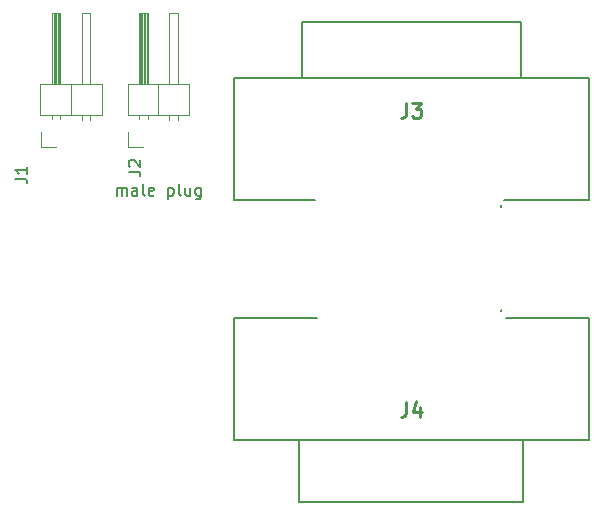
<source format=gbr>
%TF.GenerationSoftware,KiCad,Pcbnew,(6.0.5)*%
%TF.CreationDate,2022-07-15T13:09:05-06:00*%
%TF.ProjectId,25to25,3235746f-3235-42e6-9b69-6361645f7063,rev?*%
%TF.SameCoordinates,Original*%
%TF.FileFunction,Legend,Top*%
%TF.FilePolarity,Positive*%
%FSLAX46Y46*%
G04 Gerber Fmt 4.6, Leading zero omitted, Abs format (unit mm)*
G04 Created by KiCad (PCBNEW (6.0.5)) date 2022-07-15 13:09:05*
%MOMM*%
%LPD*%
G01*
G04 APERTURE LIST*
%ADD10C,0.150000*%
%ADD11C,0.254000*%
%ADD12C,0.120000*%
%ADD13C,0.200000*%
G04 APERTURE END LIST*
D10*
X124428571Y-68152380D02*
X124428571Y-67485714D01*
X124428571Y-67580952D02*
X124476190Y-67533333D01*
X124571428Y-67485714D01*
X124714285Y-67485714D01*
X124809523Y-67533333D01*
X124857142Y-67628571D01*
X124857142Y-68152380D01*
X124857142Y-67628571D02*
X124904761Y-67533333D01*
X125000000Y-67485714D01*
X125142857Y-67485714D01*
X125238095Y-67533333D01*
X125285714Y-67628571D01*
X125285714Y-68152380D01*
X126190476Y-68152380D02*
X126190476Y-67628571D01*
X126142857Y-67533333D01*
X126047619Y-67485714D01*
X125857142Y-67485714D01*
X125761904Y-67533333D01*
X126190476Y-68104761D02*
X126095238Y-68152380D01*
X125857142Y-68152380D01*
X125761904Y-68104761D01*
X125714285Y-68009523D01*
X125714285Y-67914285D01*
X125761904Y-67819047D01*
X125857142Y-67771428D01*
X126095238Y-67771428D01*
X126190476Y-67723809D01*
X126809523Y-68152380D02*
X126714285Y-68104761D01*
X126666666Y-68009523D01*
X126666666Y-67152380D01*
X127571428Y-68104761D02*
X127476190Y-68152380D01*
X127285714Y-68152380D01*
X127190476Y-68104761D01*
X127142857Y-68009523D01*
X127142857Y-67628571D01*
X127190476Y-67533333D01*
X127285714Y-67485714D01*
X127476190Y-67485714D01*
X127571428Y-67533333D01*
X127619047Y-67628571D01*
X127619047Y-67723809D01*
X127142857Y-67819047D01*
X128809523Y-67485714D02*
X128809523Y-68485714D01*
X128809523Y-67533333D02*
X128904761Y-67485714D01*
X129095238Y-67485714D01*
X129190476Y-67533333D01*
X129238095Y-67580952D01*
X129285714Y-67676190D01*
X129285714Y-67961904D01*
X129238095Y-68057142D01*
X129190476Y-68104761D01*
X129095238Y-68152380D01*
X128904761Y-68152380D01*
X128809523Y-68104761D01*
X129857142Y-68152380D02*
X129761904Y-68104761D01*
X129714285Y-68009523D01*
X129714285Y-67152380D01*
X130666666Y-67485714D02*
X130666666Y-68152380D01*
X130238095Y-67485714D02*
X130238095Y-68009523D01*
X130285714Y-68104761D01*
X130380952Y-68152380D01*
X130523809Y-68152380D01*
X130619047Y-68104761D01*
X130666666Y-68057142D01*
X131571428Y-67485714D02*
X131571428Y-68295238D01*
X131523809Y-68390476D01*
X131476190Y-68438095D01*
X131380952Y-68485714D01*
X131238095Y-68485714D01*
X131142857Y-68438095D01*
X131571428Y-68104761D02*
X131476190Y-68152380D01*
X131285714Y-68152380D01*
X131190476Y-68104761D01*
X131142857Y-68057142D01*
X131095238Y-67961904D01*
X131095238Y-67676190D01*
X131142857Y-67580952D01*
X131190476Y-67533333D01*
X131285714Y-67485714D01*
X131476190Y-67485714D01*
X131571428Y-67533333D01*
%TO.C,J2*%
X125452380Y-66133333D02*
X126166666Y-66133333D01*
X126309523Y-66180952D01*
X126404761Y-66276190D01*
X126452380Y-66419047D01*
X126452380Y-66514285D01*
X125547619Y-65704761D02*
X125500000Y-65657142D01*
X125452380Y-65561904D01*
X125452380Y-65323809D01*
X125500000Y-65228571D01*
X125547619Y-65180952D01*
X125642857Y-65133333D01*
X125738095Y-65133333D01*
X125880952Y-65180952D01*
X126452380Y-65752380D01*
X126452380Y-65133333D01*
D11*
%TO.C,J4*%
X148956666Y-85589523D02*
X148956666Y-86496666D01*
X148896190Y-86678095D01*
X148775238Y-86799047D01*
X148593809Y-86859523D01*
X148472857Y-86859523D01*
X150105714Y-86012857D02*
X150105714Y-86859523D01*
X149803333Y-85529047D02*
X149500952Y-86436190D01*
X150287142Y-86436190D01*
%TO.C,J3*%
X148956666Y-60309523D02*
X148956666Y-61216666D01*
X148896190Y-61398095D01*
X148775238Y-61519047D01*
X148593809Y-61579523D01*
X148472857Y-61579523D01*
X149440476Y-60309523D02*
X150226666Y-60309523D01*
X149803333Y-60793333D01*
X149984761Y-60793333D01*
X150105714Y-60853809D01*
X150166190Y-60914285D01*
X150226666Y-61035238D01*
X150226666Y-61337619D01*
X150166190Y-61458571D01*
X150105714Y-61519047D01*
X149984761Y-61579523D01*
X149621904Y-61579523D01*
X149500952Y-61519047D01*
X149440476Y-61458571D01*
D10*
%TO.C,J1*%
X115852380Y-66733333D02*
X116566666Y-66733333D01*
X116709523Y-66780952D01*
X116804761Y-66876190D01*
X116852380Y-67019047D01*
X116852380Y-67114285D01*
X116852380Y-65733333D02*
X116852380Y-66304761D01*
X116852380Y-66019047D02*
X115852380Y-66019047D01*
X115995238Y-66114285D01*
X116090476Y-66209523D01*
X116138095Y-66304761D01*
D12*
%TO.C,J2*%
X126860000Y-58700000D02*
X126860000Y-52700000D01*
X126740000Y-58700000D02*
X126740000Y-52700000D01*
X126500000Y-58700000D02*
X126500000Y-52700000D01*
X126380000Y-58700000D02*
X126380000Y-52700000D01*
X128860000Y-52700000D02*
X129620000Y-52700000D01*
X128860000Y-58700000D02*
X128860000Y-52700000D01*
X126620000Y-58700000D02*
X126620000Y-52700000D01*
X127080000Y-52700000D02*
X127080000Y-58700000D01*
X127080000Y-61690000D02*
X127080000Y-61360000D01*
X126980000Y-58700000D02*
X126980000Y-52700000D01*
X125370000Y-61360000D02*
X130570000Y-61360000D01*
X129620000Y-52700000D02*
X129620000Y-58700000D01*
X126320000Y-61690000D02*
X126320000Y-61360000D01*
X126320000Y-52700000D02*
X127080000Y-52700000D01*
X130570000Y-61360000D02*
X130570000Y-58700000D01*
X125430000Y-64070000D02*
X125430000Y-62800000D01*
X126700000Y-64070000D02*
X125430000Y-64070000D01*
X127970000Y-61360000D02*
X127970000Y-58700000D01*
X130570000Y-58700000D02*
X125370000Y-58700000D01*
X125370000Y-58700000D02*
X125370000Y-61360000D01*
X126320000Y-58700000D02*
X126320000Y-52700000D01*
X128860000Y-61757071D02*
X128860000Y-61360000D01*
X129620000Y-61757071D02*
X129620000Y-61360000D01*
D13*
%TO.C,J4*%
X157000000Y-77850000D02*
X157000000Y-77850000D01*
X158855000Y-94060000D02*
X139905000Y-94060000D01*
X164430000Y-78510000D02*
X164430000Y-78510000D01*
X134330000Y-88860000D02*
X134330000Y-88860000D01*
X157380000Y-78510000D02*
X164430000Y-78510000D01*
X141380000Y-78510000D02*
X141380000Y-78510000D01*
X139905000Y-94060000D02*
X139905000Y-88860000D01*
X134330000Y-78510000D02*
X141380000Y-78510000D01*
X164430000Y-78510000D02*
X157380000Y-78510000D01*
X164430000Y-88860000D02*
X134330000Y-88860000D01*
X134330000Y-78510000D02*
X134330000Y-88860000D01*
X134330000Y-88860000D02*
X134330000Y-88860000D01*
X134330000Y-78510000D02*
X134330000Y-78510000D01*
X164430000Y-88860000D02*
X164430000Y-78510000D01*
X134330000Y-88860000D02*
X134330000Y-78510000D01*
X164430000Y-88860000D02*
X164430000Y-88860000D01*
X139905000Y-88860000D02*
X158855000Y-88860000D01*
X157380000Y-78510000D02*
X157380000Y-78510000D01*
X164430000Y-88860000D02*
X164430000Y-88860000D01*
X134330000Y-78510000D02*
X134330000Y-78510000D01*
X157000000Y-77850000D02*
X157000000Y-77850000D01*
X164430000Y-78510000D02*
X164430000Y-88860000D01*
X158855000Y-88860000D02*
X158855000Y-94060000D01*
X141380000Y-78510000D02*
X134330000Y-78510000D01*
X134330000Y-88860000D02*
X164430000Y-88860000D01*
X157000000Y-77950000D02*
X157000000Y-77950000D01*
X164430000Y-78510000D02*
X164430000Y-78510000D01*
X157000000Y-77950000D02*
G75*
G03*
X157000000Y-77850000I0J50000D01*
G01*
X157000000Y-77850000D02*
G75*
G03*
X157000000Y-77950000I0J-50000D01*
G01*
X157000000Y-77850000D02*
G75*
G03*
X157000000Y-77950000I0J-50000D01*
G01*
%TO.C,J3*%
X164430000Y-68540000D02*
X157250000Y-68540000D01*
X134330000Y-58190000D02*
X134330000Y-68540000D01*
X164430000Y-68540000D02*
X164430000Y-68540000D01*
X164430000Y-58190000D02*
X164430000Y-58190000D01*
X158655000Y-58190000D02*
X140105000Y-58190000D01*
X134330000Y-68540000D02*
X134330000Y-68540000D01*
X134330000Y-58190000D02*
X134330000Y-58190000D01*
X134330000Y-68540000D02*
X134330000Y-68540000D01*
X157250000Y-68540000D02*
X157250000Y-68540000D01*
X164430000Y-68540000D02*
X164430000Y-68540000D01*
X157000000Y-69000000D02*
X157000000Y-69000000D01*
X140105000Y-58190000D02*
X140105000Y-53470000D01*
X140105000Y-53470000D02*
X158655000Y-53470000D01*
X157000000Y-69100000D02*
X157000000Y-69100000D01*
X164430000Y-58190000D02*
X164430000Y-68540000D01*
X164430000Y-58190000D02*
X164430000Y-58190000D01*
X134330000Y-68540000D02*
X134330000Y-58190000D01*
X158655000Y-53470000D02*
X158655000Y-58190000D01*
X141250000Y-68540000D02*
X134330000Y-68540000D01*
X134330000Y-58190000D02*
X164430000Y-58190000D01*
X134330000Y-68540000D02*
X141250000Y-68540000D01*
X157250000Y-68540000D02*
X164430000Y-68540000D01*
X157000000Y-69100000D02*
X157000000Y-69100000D01*
X164430000Y-58190000D02*
X134330000Y-58190000D01*
X134330000Y-58190000D02*
X134330000Y-58190000D01*
X164430000Y-68540000D02*
X164430000Y-58190000D01*
X141250000Y-68540000D02*
X141250000Y-68540000D01*
X157000000Y-69000000D02*
G75*
G03*
X157000000Y-69100000I0J-50000D01*
G01*
X157000000Y-69100000D02*
G75*
G03*
X157000000Y-69000000I0J50000D01*
G01*
X157000000Y-69100000D02*
G75*
G03*
X157000000Y-69000000I0J50000D01*
G01*
D12*
%TO.C,J1*%
X119100000Y-58700000D02*
X119100000Y-52700000D01*
X119460000Y-58700000D02*
X119460000Y-52700000D01*
X122220000Y-52700000D02*
X122220000Y-58700000D01*
X121460000Y-61757071D02*
X121460000Y-61360000D01*
X120570000Y-61360000D02*
X120570000Y-58700000D01*
X119300000Y-64070000D02*
X118030000Y-64070000D01*
X119340000Y-58700000D02*
X119340000Y-52700000D01*
X117970000Y-61360000D02*
X123170000Y-61360000D01*
X123170000Y-58700000D02*
X117970000Y-58700000D01*
X118920000Y-58700000D02*
X118920000Y-52700000D01*
X118980000Y-58700000D02*
X118980000Y-52700000D01*
X118030000Y-64070000D02*
X118030000Y-62800000D01*
X118920000Y-61690000D02*
X118920000Y-61360000D01*
X119680000Y-61690000D02*
X119680000Y-61360000D01*
X119220000Y-58700000D02*
X119220000Y-52700000D01*
X121460000Y-58700000D02*
X121460000Y-52700000D01*
X122220000Y-61757071D02*
X122220000Y-61360000D01*
X119580000Y-58700000D02*
X119580000Y-52700000D01*
X117970000Y-58700000D02*
X117970000Y-61360000D01*
X121460000Y-52700000D02*
X122220000Y-52700000D01*
X119680000Y-52700000D02*
X119680000Y-58700000D01*
X118920000Y-52700000D02*
X119680000Y-52700000D01*
X123170000Y-61360000D02*
X123170000Y-58700000D01*
%TD*%
M02*

</source>
